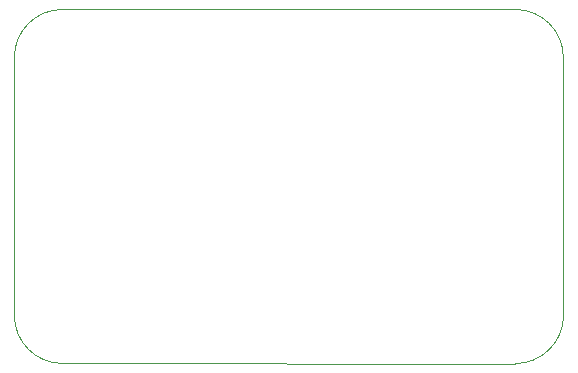
<source format=gm1>
G04 #@! TF.GenerationSoftware,KiCad,Pcbnew,(6.0.7)*
G04 #@! TF.CreationDate,2023-04-22T03:18:15-05:00*
G04 #@! TF.ProjectId,CCD_Board,4343445f-426f-4617-9264-2e6b69636164,rev?*
G04 #@! TF.SameCoordinates,Original*
G04 #@! TF.FileFunction,Profile,NP*
%FSLAX46Y46*%
G04 Gerber Fmt 4.6, Leading zero omitted, Abs format (unit mm)*
G04 Created by KiCad (PCBNEW (6.0.7)) date 2023-04-22 03:18:15*
%MOMM*%
%LPD*%
G01*
G04 APERTURE LIST*
G04 #@! TA.AperFunction,Profile*
%ADD10C,0.100000*%
G04 #@! TD*
G04 APERTURE END LIST*
D10*
X131825999Y-75946000D02*
X131826000Y-53848000D01*
X85344000Y-75692000D02*
G75*
G03*
X89408000Y-79756000I4064000J0D01*
G01*
X131826000Y-53848000D02*
G75*
G03*
X127762000Y-49784000I-4064000J0D01*
G01*
X127762000Y-79763929D02*
G75*
G03*
X131825999Y-75946000I0J4071929D01*
G01*
X127762000Y-79763929D02*
X89408000Y-79756000D01*
X85344000Y-75692000D02*
X85344000Y-53848000D01*
X89408000Y-49784000D02*
X127762000Y-49784000D01*
X89408000Y-49784000D02*
G75*
G03*
X85344000Y-53848000I0J-4064000D01*
G01*
M02*

</source>
